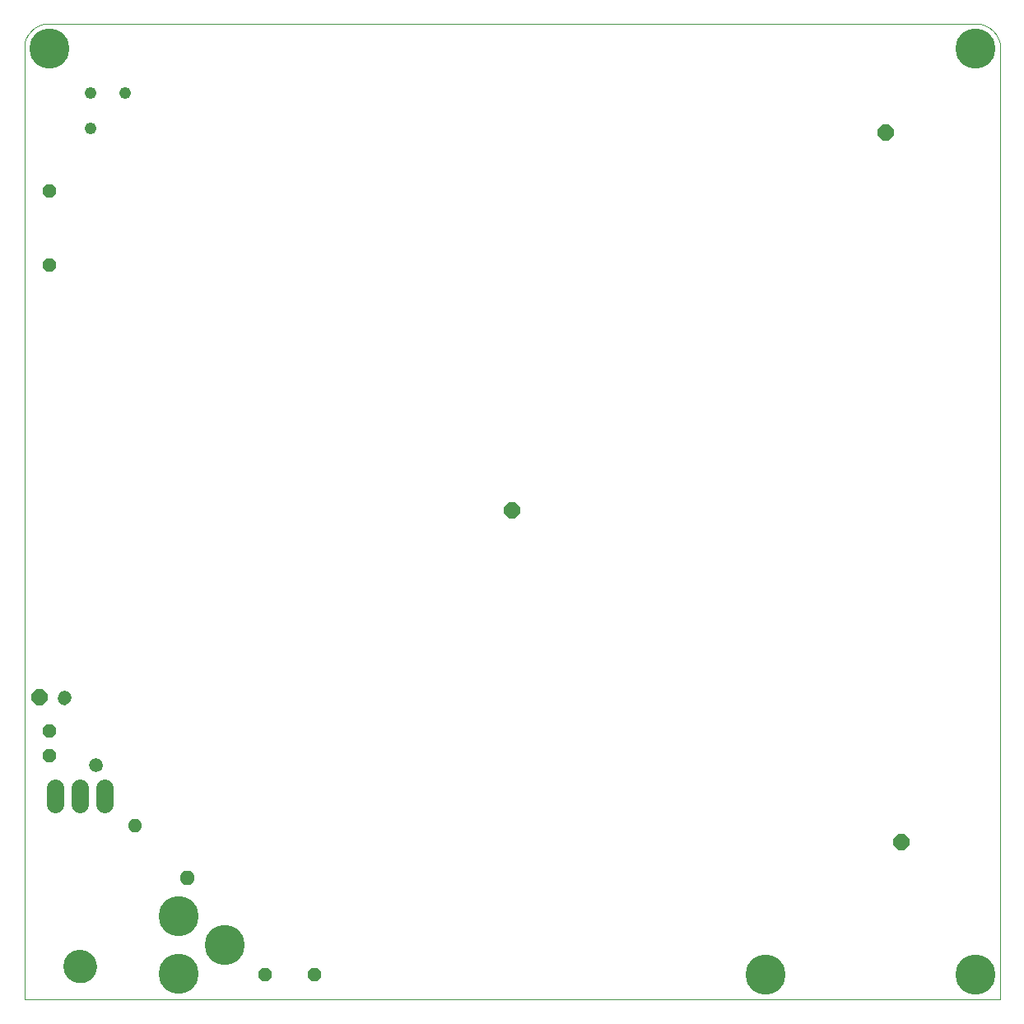
<source format=gts>
G75*
%MOIN*%
%OFA0B0*%
%FSLAX25Y25*%
%IPPOS*%
%LPD*%
%AMOC8*
5,1,8,0,0,1.08239X$1,22.5*
%
%ADD10C,0.00000*%
%ADD11C,0.01120*%
%ADD12C,0.07000*%
%ADD13C,0.13400*%
%ADD14OC8,0.05600*%
%ADD15OC8,0.06400*%
%ADD16C,0.16211*%
%ADD17C,0.16200*%
%ADD18C,0.04800*%
D10*
X0042595Y0025000D02*
X0042595Y0412500D01*
X0050095Y0420000D02*
X0430095Y0420000D01*
X0437595Y0412500D02*
X0437595Y0025000D01*
X0042595Y0025000D01*
X0058595Y0038500D02*
X0058597Y0038661D01*
X0058603Y0038821D01*
X0058613Y0038982D01*
X0058627Y0039142D01*
X0058645Y0039302D01*
X0058666Y0039461D01*
X0058692Y0039620D01*
X0058722Y0039778D01*
X0058755Y0039935D01*
X0058793Y0040092D01*
X0058834Y0040247D01*
X0058879Y0040401D01*
X0058928Y0040554D01*
X0058981Y0040706D01*
X0059037Y0040857D01*
X0059098Y0041006D01*
X0059161Y0041154D01*
X0059229Y0041300D01*
X0059300Y0041444D01*
X0059374Y0041586D01*
X0059452Y0041727D01*
X0059534Y0041865D01*
X0059619Y0042002D01*
X0059707Y0042136D01*
X0059799Y0042268D01*
X0059894Y0042398D01*
X0059992Y0042526D01*
X0060093Y0042651D01*
X0060197Y0042773D01*
X0060304Y0042893D01*
X0060414Y0043010D01*
X0060527Y0043125D01*
X0060643Y0043236D01*
X0060762Y0043345D01*
X0060883Y0043450D01*
X0061007Y0043553D01*
X0061133Y0043653D01*
X0061261Y0043749D01*
X0061392Y0043842D01*
X0061526Y0043932D01*
X0061661Y0044019D01*
X0061799Y0044102D01*
X0061938Y0044182D01*
X0062080Y0044258D01*
X0062223Y0044331D01*
X0062368Y0044400D01*
X0062515Y0044466D01*
X0062663Y0044528D01*
X0062813Y0044586D01*
X0062964Y0044641D01*
X0063117Y0044692D01*
X0063271Y0044739D01*
X0063426Y0044782D01*
X0063582Y0044821D01*
X0063738Y0044857D01*
X0063896Y0044888D01*
X0064054Y0044916D01*
X0064213Y0044940D01*
X0064373Y0044960D01*
X0064533Y0044976D01*
X0064693Y0044988D01*
X0064854Y0044996D01*
X0065015Y0045000D01*
X0065175Y0045000D01*
X0065336Y0044996D01*
X0065497Y0044988D01*
X0065657Y0044976D01*
X0065817Y0044960D01*
X0065977Y0044940D01*
X0066136Y0044916D01*
X0066294Y0044888D01*
X0066452Y0044857D01*
X0066608Y0044821D01*
X0066764Y0044782D01*
X0066919Y0044739D01*
X0067073Y0044692D01*
X0067226Y0044641D01*
X0067377Y0044586D01*
X0067527Y0044528D01*
X0067675Y0044466D01*
X0067822Y0044400D01*
X0067967Y0044331D01*
X0068110Y0044258D01*
X0068252Y0044182D01*
X0068391Y0044102D01*
X0068529Y0044019D01*
X0068664Y0043932D01*
X0068798Y0043842D01*
X0068929Y0043749D01*
X0069057Y0043653D01*
X0069183Y0043553D01*
X0069307Y0043450D01*
X0069428Y0043345D01*
X0069547Y0043236D01*
X0069663Y0043125D01*
X0069776Y0043010D01*
X0069886Y0042893D01*
X0069993Y0042773D01*
X0070097Y0042651D01*
X0070198Y0042526D01*
X0070296Y0042398D01*
X0070391Y0042268D01*
X0070483Y0042136D01*
X0070571Y0042002D01*
X0070656Y0041865D01*
X0070738Y0041727D01*
X0070816Y0041586D01*
X0070890Y0041444D01*
X0070961Y0041300D01*
X0071029Y0041154D01*
X0071092Y0041006D01*
X0071153Y0040857D01*
X0071209Y0040706D01*
X0071262Y0040554D01*
X0071311Y0040401D01*
X0071356Y0040247D01*
X0071397Y0040092D01*
X0071435Y0039935D01*
X0071468Y0039778D01*
X0071498Y0039620D01*
X0071524Y0039461D01*
X0071545Y0039302D01*
X0071563Y0039142D01*
X0071577Y0038982D01*
X0071587Y0038821D01*
X0071593Y0038661D01*
X0071595Y0038500D01*
X0071593Y0038339D01*
X0071587Y0038179D01*
X0071577Y0038018D01*
X0071563Y0037858D01*
X0071545Y0037698D01*
X0071524Y0037539D01*
X0071498Y0037380D01*
X0071468Y0037222D01*
X0071435Y0037065D01*
X0071397Y0036908D01*
X0071356Y0036753D01*
X0071311Y0036599D01*
X0071262Y0036446D01*
X0071209Y0036294D01*
X0071153Y0036143D01*
X0071092Y0035994D01*
X0071029Y0035846D01*
X0070961Y0035700D01*
X0070890Y0035556D01*
X0070816Y0035414D01*
X0070738Y0035273D01*
X0070656Y0035135D01*
X0070571Y0034998D01*
X0070483Y0034864D01*
X0070391Y0034732D01*
X0070296Y0034602D01*
X0070198Y0034474D01*
X0070097Y0034349D01*
X0069993Y0034227D01*
X0069886Y0034107D01*
X0069776Y0033990D01*
X0069663Y0033875D01*
X0069547Y0033764D01*
X0069428Y0033655D01*
X0069307Y0033550D01*
X0069183Y0033447D01*
X0069057Y0033347D01*
X0068929Y0033251D01*
X0068798Y0033158D01*
X0068664Y0033068D01*
X0068529Y0032981D01*
X0068391Y0032898D01*
X0068252Y0032818D01*
X0068110Y0032742D01*
X0067967Y0032669D01*
X0067822Y0032600D01*
X0067675Y0032534D01*
X0067527Y0032472D01*
X0067377Y0032414D01*
X0067226Y0032359D01*
X0067073Y0032308D01*
X0066919Y0032261D01*
X0066764Y0032218D01*
X0066608Y0032179D01*
X0066452Y0032143D01*
X0066294Y0032112D01*
X0066136Y0032084D01*
X0065977Y0032060D01*
X0065817Y0032040D01*
X0065657Y0032024D01*
X0065497Y0032012D01*
X0065336Y0032004D01*
X0065175Y0032000D01*
X0065015Y0032000D01*
X0064854Y0032004D01*
X0064693Y0032012D01*
X0064533Y0032024D01*
X0064373Y0032040D01*
X0064213Y0032060D01*
X0064054Y0032084D01*
X0063896Y0032112D01*
X0063738Y0032143D01*
X0063582Y0032179D01*
X0063426Y0032218D01*
X0063271Y0032261D01*
X0063117Y0032308D01*
X0062964Y0032359D01*
X0062813Y0032414D01*
X0062663Y0032472D01*
X0062515Y0032534D01*
X0062368Y0032600D01*
X0062223Y0032669D01*
X0062080Y0032742D01*
X0061938Y0032818D01*
X0061799Y0032898D01*
X0061661Y0032981D01*
X0061526Y0033068D01*
X0061392Y0033158D01*
X0061261Y0033251D01*
X0061133Y0033347D01*
X0061007Y0033447D01*
X0060883Y0033550D01*
X0060762Y0033655D01*
X0060643Y0033764D01*
X0060527Y0033875D01*
X0060414Y0033990D01*
X0060304Y0034107D01*
X0060197Y0034227D01*
X0060093Y0034349D01*
X0059992Y0034474D01*
X0059894Y0034602D01*
X0059799Y0034732D01*
X0059707Y0034864D01*
X0059619Y0034998D01*
X0059534Y0035135D01*
X0059452Y0035273D01*
X0059374Y0035414D01*
X0059300Y0035556D01*
X0059229Y0035700D01*
X0059161Y0035846D01*
X0059098Y0035994D01*
X0059037Y0036143D01*
X0058981Y0036294D01*
X0058928Y0036446D01*
X0058879Y0036599D01*
X0058834Y0036753D01*
X0058793Y0036908D01*
X0058755Y0037065D01*
X0058722Y0037222D01*
X0058692Y0037380D01*
X0058666Y0037539D01*
X0058645Y0037698D01*
X0058627Y0037858D01*
X0058613Y0038018D01*
X0058603Y0038179D01*
X0058597Y0038339D01*
X0058595Y0038500D01*
X0042596Y0412499D02*
X0042667Y0412748D01*
X0042743Y0412994D01*
X0042826Y0413238D01*
X0042915Y0413481D01*
X0043009Y0413721D01*
X0043110Y0413959D01*
X0043216Y0414194D01*
X0043327Y0414427D01*
X0043445Y0414657D01*
X0043567Y0414884D01*
X0043696Y0415108D01*
X0043829Y0415329D01*
X0043968Y0415546D01*
X0044112Y0415760D01*
X0044261Y0415971D01*
X0044415Y0416178D01*
X0044575Y0416381D01*
X0044739Y0416580D01*
X0044908Y0416776D01*
X0045081Y0416967D01*
X0045259Y0417153D01*
X0045442Y0417336D01*
X0045628Y0417514D01*
X0045819Y0417687D01*
X0046015Y0417856D01*
X0046214Y0418020D01*
X0046417Y0418180D01*
X0046624Y0418334D01*
X0046835Y0418483D01*
X0047049Y0418627D01*
X0047266Y0418766D01*
X0047487Y0418899D01*
X0047711Y0419028D01*
X0047938Y0419150D01*
X0048168Y0419268D01*
X0048401Y0419379D01*
X0048636Y0419485D01*
X0048874Y0419586D01*
X0049114Y0419680D01*
X0049357Y0419769D01*
X0049601Y0419852D01*
X0049847Y0419928D01*
X0050096Y0419999D01*
X0430095Y0419999D02*
X0430344Y0419928D01*
X0430590Y0419852D01*
X0430834Y0419769D01*
X0431077Y0419680D01*
X0431317Y0419586D01*
X0431555Y0419485D01*
X0431790Y0419379D01*
X0432023Y0419268D01*
X0432253Y0419150D01*
X0432480Y0419028D01*
X0432704Y0418899D01*
X0432925Y0418766D01*
X0433142Y0418627D01*
X0433356Y0418483D01*
X0433567Y0418334D01*
X0433774Y0418180D01*
X0433977Y0418020D01*
X0434176Y0417856D01*
X0434372Y0417687D01*
X0434563Y0417514D01*
X0434749Y0417336D01*
X0434932Y0417153D01*
X0435110Y0416967D01*
X0435283Y0416776D01*
X0435452Y0416580D01*
X0435616Y0416381D01*
X0435776Y0416178D01*
X0435930Y0415971D01*
X0436079Y0415760D01*
X0436223Y0415546D01*
X0436362Y0415329D01*
X0436495Y0415108D01*
X0436624Y0414884D01*
X0436746Y0414657D01*
X0436864Y0414427D01*
X0436975Y0414194D01*
X0437081Y0413959D01*
X0437182Y0413721D01*
X0437276Y0413481D01*
X0437365Y0413238D01*
X0437448Y0412994D01*
X0437524Y0412748D01*
X0437595Y0412499D01*
D11*
X0108011Y0076072D02*
X0107451Y0076632D01*
X0109307Y0076632D01*
X0110618Y0075321D01*
X0110618Y0073465D01*
X0109307Y0072154D01*
X0107451Y0072154D01*
X0106140Y0073465D01*
X0106140Y0075321D01*
X0107451Y0076632D01*
X0107799Y0075792D01*
X0108959Y0075792D01*
X0109778Y0074973D01*
X0109778Y0073813D01*
X0108959Y0072994D01*
X0107799Y0072994D01*
X0106980Y0073813D01*
X0106980Y0074973D01*
X0107799Y0075792D01*
X0108147Y0074952D01*
X0108611Y0074952D01*
X0108938Y0074625D01*
X0108938Y0074161D01*
X0108611Y0073834D01*
X0108147Y0073834D01*
X0107820Y0074161D01*
X0107820Y0074625D01*
X0108147Y0074952D01*
X0086798Y0097286D02*
X0086238Y0097846D01*
X0088094Y0097846D01*
X0089405Y0096535D01*
X0089405Y0094679D01*
X0088094Y0093368D01*
X0086238Y0093368D01*
X0084927Y0094679D01*
X0084927Y0096535D01*
X0086238Y0097846D01*
X0086586Y0097006D01*
X0087746Y0097006D01*
X0088565Y0096187D01*
X0088565Y0095027D01*
X0087746Y0094208D01*
X0086586Y0094208D01*
X0085767Y0095027D01*
X0085767Y0096187D01*
X0086586Y0097006D01*
X0086934Y0096166D01*
X0087398Y0096166D01*
X0087725Y0095839D01*
X0087725Y0095375D01*
X0087398Y0095048D01*
X0086934Y0095048D01*
X0086607Y0095375D01*
X0086607Y0095839D01*
X0086934Y0096166D01*
X0070980Y0118294D02*
X0071540Y0117734D01*
X0069796Y0118369D01*
X0069013Y0120049D01*
X0069648Y0121793D01*
X0071328Y0122576D01*
X0073072Y0121941D01*
X0073855Y0120261D01*
X0073220Y0118517D01*
X0071540Y0117734D01*
X0071500Y0118642D01*
X0070410Y0119039D01*
X0069921Y0120089D01*
X0070318Y0121179D01*
X0071368Y0121668D01*
X0072458Y0121271D01*
X0072947Y0120221D01*
X0072550Y0119131D01*
X0071500Y0118642D01*
X0071461Y0119550D01*
X0071025Y0119709D01*
X0070829Y0120128D01*
X0070988Y0120564D01*
X0071407Y0120760D01*
X0071843Y0120601D01*
X0072039Y0120182D01*
X0071880Y0119746D01*
X0071461Y0119550D01*
X0058302Y0145484D02*
X0058862Y0144924D01*
X0057118Y0145559D01*
X0056335Y0147239D01*
X0056970Y0148983D01*
X0058650Y0149766D01*
X0060394Y0149131D01*
X0061177Y0147451D01*
X0060542Y0145707D01*
X0058862Y0144924D01*
X0058822Y0145832D01*
X0057732Y0146229D01*
X0057243Y0147279D01*
X0057640Y0148369D01*
X0058690Y0148858D01*
X0059780Y0148461D01*
X0060269Y0147411D01*
X0059872Y0146321D01*
X0058822Y0145832D01*
X0058783Y0146740D01*
X0058347Y0146899D01*
X0058151Y0147318D01*
X0058310Y0147754D01*
X0058729Y0147950D01*
X0059165Y0147791D01*
X0059361Y0147372D01*
X0059202Y0146936D01*
X0058783Y0146740D01*
D12*
X0055095Y0110800D02*
X0055095Y0104200D01*
X0065095Y0104200D02*
X0065095Y0110800D01*
X0075095Y0110800D02*
X0075095Y0104200D01*
D13*
X0065095Y0038500D03*
D14*
X0140095Y0035000D03*
X0160095Y0035000D03*
X0052595Y0123750D03*
X0052595Y0133750D03*
X0052595Y0322500D03*
X0052595Y0352500D03*
D15*
X0048845Y0147500D03*
X0240095Y0223000D03*
X0391345Y0376250D03*
X0397595Y0088750D03*
D16*
X0427595Y0035000D03*
X0342595Y0035000D03*
X0427595Y0410000D03*
X0052595Y0410000D03*
D17*
X0105095Y0058937D03*
X0123599Y0047126D03*
X0105095Y0035315D03*
D18*
X0069274Y0377929D03*
X0069274Y0392071D03*
X0083416Y0392071D03*
M02*

</source>
